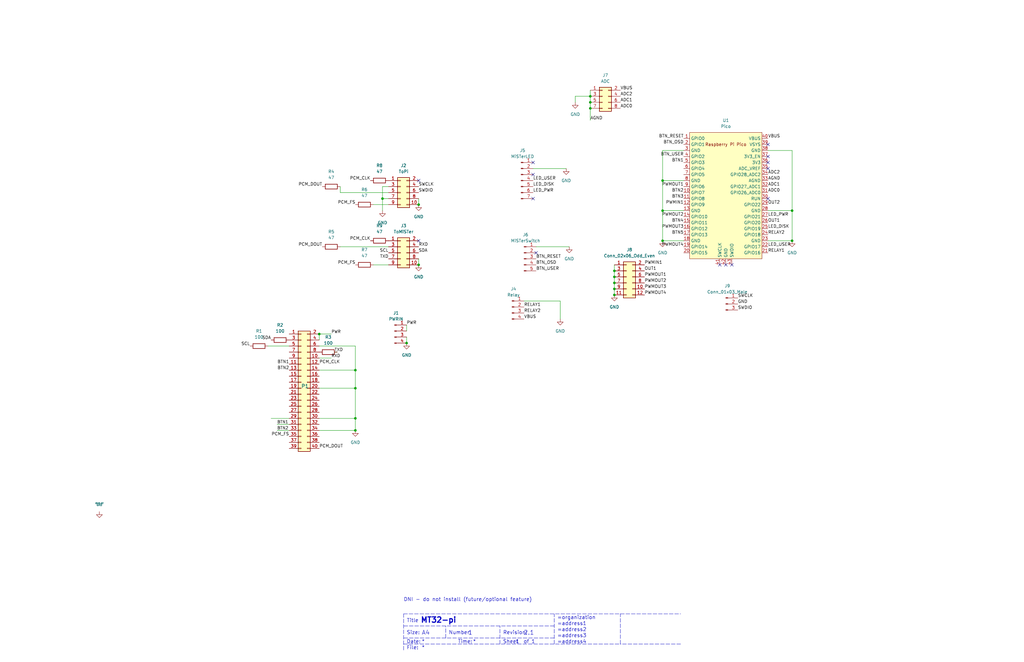
<source format=kicad_sch>
(kicad_sch (version 20211123) (generator eeschema)
  (paper "B")
  (title_block (title "MT32Pi_Main-SchDoc") (date "22 01 2023"))
  (lib_symbols
    (symbol "Connector:Conn_01x03_Male" (pin_names (offset 1.016) hide)
      (property "Reference" "J" (at 0 5.08 0))
      (property "Value" "Conn_01x03_Male" (at 0 -5.08 0))
      (symbol "Conn_01x03_Male_1_1"
        (polyline (pts (xy 1.27 -2.54) (xy 0.8636 -2.54)) (stroke (width 0.1524)))
        (polyline (pts (xy 1.27 0) (xy 0.8636 0)) (stroke (width 0.1524)))
        (polyline (pts (xy 1.27 2.54) (xy 0.8636 2.54)) (stroke (width 0.1524)))
        (rectangle (start 0.8636 -2.413) (end 0 -2.667) (stroke (width 0.1524)) (fill (type outline)))
        (rectangle (start 0.8636 0.127) (end 0 -0.127) (stroke (width 0.1524)) (fill (type outline)))
        (rectangle (start 0.8636 2.667) (end 0 2.413) (stroke (width 0.1524)) (fill (type outline)))
        (pin passive line (at 5.08 2.54 180) (length 3.81) (name "Pin_1") (number "1"))
        (pin passive line (at 5.08 0 180) (length 3.81) (name "Pin_2") (number "2"))
        (pin passive line (at 5.08 -2.54 180) (length 3.81) (name "Pin_3") (number "3"))
      )
    )
    (symbol "Connector:Conn_01x04_Male" (pin_names (offset 1.016) hide)
      (property "Reference" "J" (at 0 5.08 0))
      (property "Value" "Conn_01x04_Male" (at 0 -7.62 0))
      (symbol "Conn_01x04_Male_1_1"
        (polyline (pts (xy 1.27 -5.08) (xy 0.8636 -5.08)) (stroke (width 0.1524)))
        (polyline (pts (xy 1.27 -2.54) (xy 0.8636 -2.54)) (stroke (width 0.1524)))
        (polyline (pts (xy 1.27 0) (xy 0.8636 0)) (stroke (width 0.1524)))
        (polyline (pts (xy 1.27 2.54) (xy 0.8636 2.54)) (stroke (width 0.1524)))
        (rectangle (start 0.8636 -4.953) (end 0 -5.207) (stroke (width 0.1524)) (fill (type outline)))
        (rectangle (start 0.8636 -2.413) (end 0 -2.667) (stroke (width 0.1524)) (fill (type outline)))
        (rectangle (start 0.8636 0.127) (end 0 -0.127) (stroke (width 0.1524)) (fill (type outline)))
        (rectangle (start 0.8636 2.667) (end 0 2.413) (stroke (width 0.1524)) (fill (type outline)))
        (pin passive line (at 5.08 2.54 180) (length 3.81) (name "Pin_1") (number "1"))
        (pin passive line (at 5.08 0 180) (length 3.81) (name "Pin_2") (number "2"))
        (pin passive line (at 5.08 -2.54 180) (length 3.81) (name "Pin_3") (number "3"))
        (pin passive line (at 5.08 -5.08 180) (length 3.81) (name "Pin_4") (number "4"))
      )
    )
    (symbol "Connector:Conn_01x05_Male" (pin_names (offset 1.016) hide)
      (property "Reference" "J" (at 0 7.62 0))
      (property "Value" "Conn_01x05_Male" (at 0 -7.62 0))
      (symbol "Conn_01x05_Male_1_1"
        (polyline (pts (xy 1.27 -5.08) (xy 0.8636 -5.08)) (stroke (width 0.1524)))
        (polyline (pts (xy 1.27 -2.54) (xy 0.8636 -2.54)) (stroke (width 0.1524)))
        (polyline (pts (xy 1.27 0) (xy 0.8636 0)) (stroke (width 0.1524)))
        (polyline (pts (xy 1.27 2.54) (xy 0.8636 2.54)) (stroke (width 0.1524)))
        (polyline (pts (xy 1.27 5.08) (xy 0.8636 5.08)) (stroke (width 0.1524)))
        (rectangle (start 0.8636 -4.953) (end 0 -5.207) (stroke (width 0.1524)) (fill (type outline)))
        (rectangle (start 0.8636 -2.413) (end 0 -2.667) (stroke (width 0.1524)) (fill (type outline)))
        (rectangle (start 0.8636 0.127) (end 0 -0.127) (stroke (width 0.1524)) (fill (type outline)))
        (rectangle (start 0.8636 2.667) (end 0 2.413) (stroke (width 0.1524)) (fill (type outline)))
        (rectangle (start 0.8636 5.207) (end 0 4.953) (stroke (width 0.1524)) (fill (type outline)))
        (pin passive line (at 5.08 5.08 180) (length 3.81) (name "Pin_1") (number "1"))
        (pin passive line (at 5.08 2.54 180) (length 3.81) (name "Pin_2") (number "2"))
        (pin passive line (at 5.08 0 180) (length 3.81) (name "Pin_3") (number "3"))
        (pin passive line (at 5.08 -2.54 180) (length 3.81) (name "Pin_4") (number "4"))
        (pin passive line (at 5.08 -5.08 180) (length 3.81) (name "Pin_5") (number "5"))
      )
    )
    (symbol "Connector:Conn_01x07_Male" (pin_names (offset 1.016) hide)
      (property "Reference" "J" (at 0 10.16 0))
      (property "Value" "Conn_01x07_Male" (at 0 -10.16 0))
      (symbol "Conn_01x07_Male_1_1"
        (polyline (pts (xy 1.27 -7.62) (xy 0.8636 -7.62)) (stroke (width 0.1524)))
        (polyline (pts (xy 1.27 -5.08) (xy 0.8636 -5.08)) (stroke (width 0.1524)))
        (polyline (pts (xy 1.27 -2.54) (xy 0.8636 -2.54)) (stroke (width 0.1524)))
        (polyline (pts (xy 1.27 0) (xy 0.8636 0)) (stroke (width 0.1524)))
        (polyline (pts (xy 1.27 2.54) (xy 0.8636 2.54)) (stroke (width 0.1524)))
        (polyline (pts (xy 1.27 5.08) (xy 0.8636 5.08)) (stroke (width 0.1524)))
        (polyline (pts (xy 1.27 7.62) (xy 0.8636 7.62)) (stroke (width 0.1524)))
        (rectangle (start 0.8636 -7.493) (end 0 -7.747) (stroke (width 0.1524)) (fill (type outline)))
        (rectangle (start 0.8636 -4.953) (end 0 -5.207) (stroke (width 0.1524)) (fill (type outline)))
        (rectangle (start 0.8636 -2.413) (end 0 -2.667) (stroke (width 0.1524)) (fill (type outline)))
        (rectangle (start 0.8636 0.127) (end 0 -0.127) (stroke (width 0.1524)) (fill (type outline)))
        (rectangle (start 0.8636 2.667) (end 0 2.413) (stroke (width 0.1524)) (fill (type outline)))
        (rectangle (start 0.8636 5.207) (end 0 4.953) (stroke (width 0.1524)) (fill (type outline)))
        (rectangle (start 0.8636 7.747) (end 0 7.493) (stroke (width 0.1524)) (fill (type outline)))
        (pin passive line (at 5.08 7.62 180) (length 3.81) (name "Pin_1") (number "1"))
        (pin passive line (at 5.08 5.08 180) (length 3.81) (name "Pin_2") (number "2"))
        (pin passive line (at 5.08 2.54 180) (length 3.81) (name "Pin_3") (number "3"))
        (pin passive line (at 5.08 0 180) (length 3.81) (name "Pin_4") (number "4"))
        (pin passive line (at 5.08 -2.54 180) (length 3.81) (name "Pin_5") (number "5"))
        (pin passive line (at 5.08 -5.08 180) (length 3.81) (name "Pin_6") (number "6"))
        (pin passive line (at 5.08 -7.62 180) (length 3.81) (name "Pin_7") (number "7"))
      )
    )
    (symbol "Connector_Generic:Conn_02x04_Odd_Even" (pin_names (offset 1.016) hide)
      (property "Reference" "J" (at 1.27 5.08 0))
      (property "Value" "Conn_02x04_Odd_Even" (at 1.27 -7.62 0))
      (symbol "Conn_02x04_Odd_Even_1_1"
        (rectangle (start -1.27 -4.953) (end 0 -5.207) (stroke (width 0.1524)))
        (rectangle (start -1.27 -2.413) (end 0 -2.667) (stroke (width 0.1524)))
        (rectangle (start -1.27 0.127) (end 0 -0.127) (stroke (width 0.1524)))
        (rectangle (start -1.27 2.667) (end 0 2.413) (stroke (width 0.1524)))
        (rectangle (start -1.27 3.81) (end 3.81 -6.35) (stroke (width 0.254)) (fill (type background)))
        (rectangle (start 3.81 -4.953) (end 2.54 -5.207) (stroke (width 0.1524)))
        (rectangle (start 3.81 -2.413) (end 2.54 -2.667) (stroke (width 0.1524)))
        (rectangle (start 3.81 0.127) (end 2.54 -0.127) (stroke (width 0.1524)))
        (rectangle (start 3.81 2.667) (end 2.54 2.413) (stroke (width 0.1524)))
        (pin passive line (at -5.08 2.54 0) (length 3.81) (name "Pin_1") (number "1"))
        (pin passive line (at 7.62 2.54 180) (length 3.81) (name "Pin_2") (number "2"))
        (pin passive line (at -5.08 0 0) (length 3.81) (name "Pin_3") (number "3"))
        (pin passive line (at 7.62 0 180) (length 3.81) (name "Pin_4") (number "4"))
        (pin passive line (at -5.08 -2.54 0) (length 3.81) (name "Pin_5") (number "5"))
        (pin passive line (at 7.62 -2.54 180) (length 3.81) (name "Pin_6") (number "6"))
        (pin passive line (at -5.08 -5.08 0) (length 3.81) (name "Pin_7") (number "7"))
        (pin passive line (at 7.62 -5.08 180) (length 3.81) (name "Pin_8") (number "8"))
      )
    )
    (symbol "Connector_Generic:Conn_02x05_Odd_Even" (pin_names (offset 1.016) hide)
      (property "Reference" "J" (at 1.27 7.62 0))
      (property "Value" "Conn_02x05_Odd_Even" (at 1.27 -7.62 0))
      (symbol "Conn_02x05_Odd_Even_1_1"
        (rectangle (start -1.27 -4.953) (end 0 -5.207) (stroke (width 0.1524)))
        (rectangle (start -1.27 -2.413) (end 0 -2.667) (stroke (width 0.1524)))
        (rectangle (start -1.27 0.127) (end 0 -0.127) (stroke (width 0.1524)))
        (rectangle (start -1.27 2.667) (end 0 2.413) (stroke (width 0.1524)))
        (rectangle (start -1.27 5.207) (end 0 4.953) (stroke (width 0.1524)))
        (rectangle (start -1.27 6.35) (end 3.81 -6.35) (stroke (width 0.254)) (fill (type background)))
        (rectangle (start 3.81 -4.953) (end 2.54 -5.207) (stroke (width 0.1524)))
        (rectangle (start 3.81 -2.413) (end 2.54 -2.667) (stroke (width 0.1524)))
        (rectangle (start 3.81 0.127) (end 2.54 -0.127) (stroke (width 0.1524)))
        (rectangle (start 3.81 2.667) (end 2.54 2.413) (stroke (width 0.1524)))
        (rectangle (start 3.81 5.207) (end 2.54 4.953) (stroke (width 0.1524)))
        (pin passive line (at -5.08 5.08 0) (length 3.81) (name "Pin_1") (number "1"))
        (pin passive line (at 7.62 -5.08 180) (length 3.81) (name "Pin_10") (number "10"))
        (pin passive line (at 7.62 5.08 180) (length 3.81) (name "Pin_2") (number "2"))
        (pin passive line (at -5.08 2.54 0) (length 3.81) (name "Pin_3") (number "3"))
        (pin passive line (at 7.62 2.54 180) (length 3.81) (name "Pin_4") (number "4"))
        (pin passive line (at -5.08 0 0) (length 3.81) (name "Pin_5") (number "5"))
        (pin passive line (at 7.62 0 180) (length 3.81) (name "Pin_6") (number "6"))
        (pin passive line (at -5.08 -2.54 0) (length 3.81) (name "Pin_7") (number "7"))
        (pin passive line (at 7.62 -2.54 180) (length 3.81) (name "Pin_8") (number "8"))
        (pin passive line (at -5.08 -5.08 0) (length 3.81) (name "Pin_9") (number "9"))
      )
    )
    (symbol "Connector_Generic:Conn_02x06_Odd_Even" (pin_names (offset 1.016) hide)
      (property "Reference" "J" (at 1.27 7.62 0))
      (property "Value" "Conn_02x06_Odd_Even" (at 1.27 -10.16 0))
      (symbol "Conn_02x06_Odd_Even_1_1"
        (rectangle (start -1.27 -7.493) (end 0 -7.747) (stroke (width 0.1524)))
        (rectangle (start -1.27 -4.953) (end 0 -5.207) (stroke (width 0.1524)))
        (rectangle (start -1.27 -2.413) (end 0 -2.667) (stroke (width 0.1524)))
        (rectangle (start -1.27 0.127) (end 0 -0.127) (stroke (width 0.1524)))
        (rectangle (start -1.27 2.667) (end 0 2.413) (stroke (width 0.1524)))
        (rectangle (start -1.27 5.207) (end 0 4.953) (stroke (width 0.1524)))
        (rectangle (start -1.27 6.35) (end 3.81 -8.89) (stroke (width 0.254)) (fill (type background)))
        (rectangle (start 3.81 -7.493) (end 2.54 -7.747) (stroke (width 0.1524)))
        (rectangle (start 3.81 -4.953) (end 2.54 -5.207) (stroke (width 0.1524)))
        (rectangle (start 3.81 -2.413) (end 2.54 -2.667) (stroke (width 0.1524)))
        (rectangle (start 3.81 0.127) (end 2.54 -0.127) (stroke (width 0.1524)))
        (rectangle (start 3.81 2.667) (end 2.54 2.413) (stroke (width 0.1524)))
        (rectangle (start 3.81 5.207) (end 2.54 4.953) (stroke (width 0.1524)))
        (pin passive line (at -5.08 5.08 0) (length 3.81) (name "Pin_1") (number "1"))
        (pin passive line (at 7.62 -5.08 180) (length 3.81) (name "Pin_10") (number "10"))
        (pin passive line (at -5.08 -7.62 0) (length 3.81) (name "Pin_11") (number "11"))
        (pin passive line (at 7.62 -7.62 180) (length 3.81) (name "Pin_12") (number "12"))
        (pin passive line (at 7.62 5.08 180) (length 3.81) (name "Pin_2") (number "2"))
        (pin passive line (at -5.08 2.54 0) (length 3.81) (name "Pin_3") (number "3"))
        (pin passive line (at 7.62 2.54 180) (length 3.81) (name "Pin_4") (number "4"))
        (pin passive line (at -5.08 0 0) (length 3.81) (name "Pin_5") (number "5"))
        (pin passive line (at 7.62 0 180) (length 3.81) (name "Pin_6") (number "6"))
        (pin passive line (at -5.08 -2.54 0) (length 3.81) (name "Pin_7") (number "7"))
        (pin passive line (at 7.62 -2.54 180) (length 3.81) (name "Pin_8") (number "8"))
        (pin passive line (at -5.08 -5.08 0) (length 3.81) (name "Pin_9") (number "9"))
      )
    )
    (symbol "Connector_Generic:Conn_02x20_Odd_Even" (pin_names (offset 1.016) hide)
      (property "Reference" "J" (at 1.27 25.4 0))
      (property "Value" "Conn_02x20_Odd_Even" (at 1.27 -27.94 0))
      (symbol "Conn_02x20_Odd_Even_1_1"
        (rectangle (start -1.27 -25.273) (end 0 -25.527) (stroke (width 0.1524)))
        (rectangle (start -1.27 -22.733) (end 0 -22.987) (stroke (width 0.1524)))
        (rectangle (start -1.27 -20.193) (end 0 -20.447) (stroke (width 0.1524)))
        (rectangle (start -1.27 -17.653) (end 0 -17.907) (stroke (width 0.1524)))
        (rectangle (start -1.27 -15.113) (end 0 -15.367) (stroke (width 0.1524)))
        (rectangle (start -1.27 -12.573) (end 0 -12.827) (stroke (width 0.1524)))
        (rectangle (start -1.27 -10.033) (end 0 -10.287) (stroke (width 0.1524)))
        (rectangle (start -1.27 -7.493) (end 0 -7.747) (stroke (width 0.1524)))
        (rectangle (start -1.27 -4.953) (end 0 -5.207) (stroke (width 0.1524)))
        (rectangle (start -1.27 -2.413) (end 0 -2.667) (stroke (width 0.1524)))
        (rectangle (start -1.27 0.127) (end 0 -0.127) (stroke (width 0.1524)))
        (rectangle (start -1.27 2.667) (end 0 2.413) (stroke (width 0.1524)))
        (rectangle (start -1.27 5.207) (end 0 4.953) (stroke (width 0.1524)))
        (rectangle (start -1.27 7.747) (end 0 7.493) (stroke (width 0.1524)))
        (rectangle (start -1.27 10.287) (end 0 10.033) (stroke (width 0.1524)))
        (rectangle (start -1.27 12.827) (end 0 12.573) (stroke (width 0.1524)))
        (rectangle (start -1.27 15.367) (end 0 15.113) (stroke (width 0.1524)))
        (rectangle (start -1.27 17.907) (end 0 17.653) (stroke (width 0.1524)))
        (rectangle (start -1.27 20.447) (end 0 20.193) (stroke (width 0.1524)))
        (rectangle (start -1.27 22.987) (end 0 22.733) (stroke (width 0.1524)))
        (rectangle (start -1.27 24.13) (end 3.81 -26.67) (stroke (width 0.254)) (fill (type background)))
        (rectangle (start 3.81 -25.273) (end 2.54 -25.527) (stroke (width 0.1524)))
        (rectangle (start 3.81 -22.733) (end 2.54 -22.987) (stroke (width 0.1524)))
        (rectangle (start 3.81 -20.193) (end 2.54 -20.447) (stroke (width 0.1524)))
        (rectangle (start 3.81 -17.653) (end 2.54 -17.907) (stroke (width 0.1524)))
        (rectangle (start 3.81 -15.113) (end 2.54 -15.367) (stroke (width 0.1524)))
        (rectangle (start 3.81 -12.573) (end 2.54 -12.827) (stroke (width 0.1524)))
        (rectangle (start 3.81 -10.033) (end 2.54 -10.287) (stroke (width 0.1524)))
        (rectangle (start 3.81 -7.493) (end 2.54 -7.747) (stroke (width 0.1524)))
        (rectangle (start 3.81 -4.953) (end 2.54 -5.207) (stroke (width 0.1524)))
        (rectangle (start 3.81 -2.413) (end 2.54 -2.667) (stroke (width 0.1524)))
        (rectangle (start 3.81 0.127) (end 2.54 -0.127) (stroke (width 0.1524)))
        (rectangle (start 3.81 2.667) (end 2.54 2.413) (stroke (width 0.1524)))
        (rectangle (start 3.81 5.207) (end 2.54 4.953) (stroke (width 0.1524)))
        (rectangle (start 3.81 7.747) (end 2.54 7.493) (stroke (width 0.1524)))
        (rectangle (start 3.81 10.287) (end 2.54 10.033) (stroke (width 0.1524)))
        (rectangle (start 3.81 12.827) (end 2.54 12.573) (stroke (width 0.1524)))
        (rectangle (start 3.81 15.367) (end 2.54 15.113) (stroke (width 0.1524)))
        (rectangle (start 3.81 17.907) (end 2.54 17.653) (stroke (width 0.1524)))
        (rectangle (start 3.81 20.447) (end 2.54 20.193) (stroke (width 0.1524)))
        (rectangle (start 3.81 22.987) (end 2.54 22.733) (stroke (width 0.1524)))
        (pin passive line (at -5.08 22.86 0) (length 3.81) (name "Pin_1") (number "1"))
        (pin passive line (at 7.62 12.7 180) (length 3.81) (name "Pin_10") (number "10"))
        (pin passive line (at -5.08 10.16 0) (length 3.81) (name "Pin_11") (number "11"))
        (pin passive line (at 7.62 10.16 180) (length 3.81) (name "Pin_12") (number "12"))
        (pin passive line (at -5.08 7.62 0) (length 3.81) (name "Pin_13") (number "13"))
        (pin passive line (at 7.62 7.62 180) (length 3.81) (name "Pin_14") (number "14"))
        (pin passive line (at -5.08 5.08 0) (length 3.81) (name "Pin_15") (number "15"))
        (pin passive line (at 7.62 5.08 180) (length 3.81) (name "Pin_16") (number "16"))
        (pin passive line (at -5.08 2.54 0) (length 3.81) (name "Pin_17") (number "17"))
        (pin passive line (at 7.62 2.54 180) (length 3.81) (name "Pin_18") (number "18"))
        (pin passive line (at -5.08 0 0) (length 3.81) (name "Pin_19") (number "19"))
        (pin passive line (at 7.62 22.86 180) (length 3.81) (name "Pin_2") (number "2"))
        (pin passive line (at 7.62 0 180) (length 3.81) (name "Pin_20") (number "20"))
        (pin passive line (at -5.08 -2.54 0) (length 3.81) (name "Pin_21") (number "21"))
        (pin passive line (at 7.62 -2.54 180) (length 3.81) (name "Pin_22") (number "22"))
        (pin passive line (at -5.08 -5.08 0) (length 3.81) (name "Pin_23") (number "23"))
        (pin passive line (at 7.62 -5.08 180) (length 3.81) (name "Pin_24") (number "24"))
        (pin passive line (at -5.08 -7.62 0) (length 3.81) (name "Pin_25") (number "25"))
        (pin passive line (at 7.62 -7.62 180) (length 3.81) (name "Pin_26") (number "26"))
        (pin passive line (at -5.08 -10.16 0) (length 3.81) (name "Pin_27") (number "27"))
        (pin passive line (at 7.62 -10.16 180) (length 3.81) (name "Pin_28") (number "28"))
        (pin passive line (at -5.08 -12.7 0) (length 3.81) (name "Pin_29") (number "29"))
        (pin passive line (at -5.08 20.32 0) (length 3.81) (name "Pin_3") (number "3"))
        (pin passive line (at 7.62 -12.7 180) (length 3.81) (name "Pin_30") (number "30"))
        (pin passive line (at -5.08 -15.24 0) (length 3.81) (name "Pin_31") (number "31"))
        (pin passive line (at 7.62 -15.24 180) (length 3.81) (name "Pin_32") (number "32"))
        (pin passive line (at -5.08 -17.78 0) (length 3.81) (name "Pin_33") (number "33"))
        (pin passive line (at 7.62 -17.78 180) (length 3.81) (name "Pin_34") (number "34"))
        (pin passive line (at -5.08 -20.32 0) (length 3.81) (name "Pin_35") (number "35"))
        (pin passive line (at 7.62 -20.32 180) (length 3.81) (name "Pin_36") (number "36"))
        (pin passive line (at -5.08 -22.86 0) (length 3.81) (name "Pin_37") (number "37"))
        (pin passive line (at 7.62 -22.86 180) (length 3.81) (name "Pin_38") (number "38"))
        (pin passive line (at -5.08 -25.4 0) (length 3.81) (name "Pin_39") (number "39"))
        (pin passive line (at 7.62 20.32 180) (length 3.81) (name "Pin_4") (number "4"))
        (pin passive line (at 7.62 -25.4 180) (length 3.81) (name "Pin_40") (number "40"))
        (pin passive line (at -5.08 17.78 0) (length 3.81) (name "Pin_5") (number "5"))
        (pin passive line (at 7.62 17.78 180) (length 3.81) (name "Pin_6") (number "6"))
        (pin passive line (at -5.08 15.24 0) (length 3.81) (name "Pin_7") (number "7"))
        (pin passive line (at 7.62 15.24 180) (length 3.81) (name "Pin_8") (number "8"))
        (pin passive line (at -5.08 12.7 0) (length 3.81) (name "Pin_9") (number "9"))
      )
    )
    (symbol "Device:R" (pin_numbers hide) (pin_names (offset 0))
      (property "Reference" "R" (at 2.032 0 90))
      (property "Value" "R" (at 0 0 90))
      (symbol "R_0_1"
        (rectangle (start -1.016 -2.54) (end 1.016 2.54) (stroke (width 0.254)))
      )
      (symbol "R_1_1"
        (pin passive line (at 0 3.81 270) (length 1.27) (name "~") (number "1"))
        (pin passive line (at 0 -3.81 90) (length 1.27) (name "~") (number "2"))
      )
    )
    (symbol "MCU_RaspberryPi_and_Boards:Pico"
      (property "Reference" "U" (at -13.97 27.94 0))
      (property "Value" "Pico" (at 0 19.05 0))
      (symbol "Pico_0_0"
        (text "Raspberry Pi Pico" (at 0 21.59 0) (effects (font (size 1.27 1.27))))
      )
      (symbol "Pico_0_1"
        (rectangle (start -15.24 26.67) (end 15.24 -26.67) (fill (type background)))
      )
      (symbol "Pico_1_1"
        (pin bidirectional line (at -17.78 24.13 0) (length 2.54) (name "GPIO0") (number "1"))
        (pin bidirectional line (at -17.78 1.27 0) (length 2.54) (name "GPIO7") (number "10"))
        (pin bidirectional line (at -17.78 -1.27 0) (length 2.54) (name "GPIO8") (number "11"))
        (pin bidirectional line (at -17.78 -3.81 0) (length 2.54) (name "GPIO9") (number "12"))
        (pin power_in line (at -17.78 -6.35 0) (length 2.54) (name "GND") (number "13"))
        (pin bidirectional line (at -17.78 -8.89 0) (length 2.54) (name "GPIO10") (number "14"))
        (pin bidirectional line (at -17.78 -11.43 0) (length 2.54) (name "GPIO11") (number "15"))
        (pin bidirectional line (at -17.78 -13.97 0) (length 2.54) (name "GPIO12") (number "16"))
        (pin bidirectional line (at -17.78 -16.51 0) (length 2.54) (name "GPIO13") (number "17"))
        (pin power_in line (at -17.78 -19.05 0) (length 2.54) (name "GND") (number "18"))
        (pin bidirectional line (at -17.78 -21.59 0) (length 2.54) (name "GPIO14") (number "19"))
        (pin bidirectional line (at -17.78 21.59 0) (length 2.54) (name "GPIO1") (number "2"))
        (pin bidirectional line (at -17.78 -24.13 0) (length 2.54) (name "GPIO15") (number "20"))
        (pin bidirectional line (at 17.78 -24.13 180) (length 2.54) (name "GPIO16") (number "21"))
        (pin bidirectional line (at 17.78 -21.59 180) (length 2.54) (name "GPIO17") (number "22"))
        (pin power_in line (at 17.78 -19.05 180) (length 2.54) (name "GND") (number "23"))
        (pin bidirectional line (at 17.78 -16.51 180) (length 2.54) (name "GPIO18") (number "24"))
        (pin bidirectional line (at 17.78 -13.97 180) (length 2.54) (name "GPIO19") (number "25"))
        (pin bidirectional line (at 17.78 -11.43 180) (length 2.54) (name "GPIO20") (number "26"))
        (pin bidirectional line (at 17.78 -8.89 180) (length 2.54) (name "GPIO21") (number "27"))
        (pin power_in line (at 17.78 -6.35 180) (length 2.54) (name "GND") (number "28"))
        (pin bidirectional line (at 17.78 -3.81 180) (length 2.54) (name "GPIO22") (number "29"))
        (pin power_in line (at -17.78 19.05 0) (length 2.54) (name "GND") (number "3"))
        (pin input line (at 17.78 -1.27 180) (length 2.54) (name "RUN") (number "30"))
        (pin bidirectional line (at 17.78 1.27 180) (length 2.54) (name "GPIO26_ADC0") (number "31"))
        (pin bidirectional line (at 17.78 3.81 180) (length 2.54) (name "GPIO27_ADC1") (number "32"))
        (pin power_in line (at 17.78 6.35 180) (length 2.54) (name "AGND") (number "33"))
        (pin bidirectional line (at 17.78 8.89 180) (length 2.54) (name "GPIO28_ADC2") (number "34"))
        (pin power_in line (at 17.78 11.43 180) (length 2.54) (name "ADC_VREF") (number "35"))
        (pin power_in line (at 17.78 13.97 180) (length 2.54) (name "3V3") (number "36"))
        (pin input line (at 17.78 16.51 180) (length 2.54) (name "3V3_EN") (number "37"))
        (pin bidirectional line (at 17.78 19.05 180) (length 2.54) (name "GND") (number "38"))
        (pin power_in line (at 17.78 21.59 180) (length 2.54) (name "VSYS") (number "39"))
        (pin bidirectional line (at -17.78 16.51 0) (length 2.54) (name "GPIO2") (number "4"))
        (pin power_in line (at 17.78 24.13 180) (length 2.54) (name "VBUS") (number "40"))
        (pin input line (at -2.54 -29.21 90) (length 2.54) (name "SWCLK") (number "41"))
        (pin power_in line (at 0 -29.21 90) (length 2.54) (name "GND") (number "42"))
        (pin bidirectional line (at 2.54 -29.21 90) (length 2.54) (name "SWDIO") (number "43"))
        (pin bidirectional line (at -17.78 13.97 0) (length 2.54) (name "GPIO3") (number "5"))
        (pin bidirectional line (at -17.78 11.43 0) (length 2.54) (name "GPIO4") (number "6"))
        (pin bidirectional line (at -17.78 8.89 0) (length 2.54) (name "GPIO5") (number "7"))
        (pin power_in line (at -17.78 6.35 0) (length 2.54) (name "GND") (number "8"))
        (pin bidirectional line (at -17.78 3.81 0) (length 2.54) (name "GPIO6") (number "9"))
      )
    )
    (symbol "power:GND" (power) (pin_names (offset 0))
      (property "Value" "GND" (at 0 -3.81 0))
      (symbol "GND_0_1"
        (polyline (pts (xy 0 0) (xy 0 -1.27) (xy 1.27 -1.27) (xy 0 -2.54) (xy -1.27 -1.27) (xy 0 -1.27)))
      )
      (symbol "GND_1_1"
        (pin power_in line (at 0 0 270) (length 0) hide (name "GND") (number "1"))
      )
    )
  )
  (junction (at 248.92 45.72))
  (junction (at 259.08 124.46))
  (junction (at 334.01 101.6))
  (junction (at 149.86 156.21))
  (junction (at 248.92 40.64))
  (junction (at 248.92 43.18))
  (junction (at 149.86 181.61))
  (junction (at 134.62 140.97))
  (junction (at 259.08 121.92))
  (junction (at 149.86 176.53))
  (junction (at 259.08 114.3))
  (junction (at 259.08 119.38))
  (junction (at 161.29 83.82))
  (junction (at 176.53 86.36))
  (junction (at 334.01 88.9))
  (junction (at 279.4 88.9))
  (junction (at 259.08 116.84))
  (junction (at 279.4 76.2))
  (junction (at 149.86 163.83))
  (junction (at 279.4 101.6))
  (junction (at 176.53 111.76))
  (junction (at 171.45 144.78))
  (no_connect (at 303.53 111.76))
  (no_connect (at 323.85 60.96))
  (no_connect (at 176.53 76.2))
  (no_connect (at 323.85 83.82))
  (no_connect (at 323.85 71.12))
  (no_connect (at 224.79 73.66))
  (no_connect (at 323.85 68.58))
  (no_connect (at 224.79 68.58))
  (no_connect (at 226.06 106.68))
  (no_connect (at 176.53 101.6))
  (no_connect (at 306.07 111.76))
  (no_connect (at 224.79 83.82))
  (no_connect (at 323.85 66.04))
  (no_connect (at 308.61 111.76))
  (wire (pts (xy 279.4 88.9) (xy 288.29 88.9)))
  (wire (pts (xy 121.92 176.53) (xy 114.3 176.53)))
  (wire (pts (xy 259.08 119.38) (xy 259.08 121.92)))
  (wire (pts (xy 149.86 176.53) (xy 149.86 181.61)))
  (wire (pts (xy 224.79 71.12) (xy 238.76 71.12)))
  (wire (pts (xy 113.03 146.05) (xy 121.92 146.05)))
  (polyline (pts (xy 233.68 271.78) (xy 233.68 259.08)))
  (wire (pts (xy 248.92 43.18) (xy 248.92 45.72)))
  (wire (pts (xy 116.84 181.61) (xy 121.92 181.61)))
  (wire (pts (xy 259.08 111.76) (xy 259.08 114.3)))
  (wire (pts (xy 142.24 148.59) (xy 140.97 148.59)))
  (polyline (pts (xy 187.96 269.24) (xy 187.96 264.16)))
  (polyline (pts (xy 233.68 269.24) (xy 170.18 269.24)))
  (wire (pts (xy 161.29 83.82) (xy 161.29 88.9)))
  (wire (pts (xy 242.57 40.64) (xy 242.57 43.18)))
  (wire (pts (xy 334.01 88.9) (xy 334.01 101.6)))
  (polyline (pts (xy 170.18 271.78) (xy 261.62 271.78)))
  (wire (pts (xy 248.92 38.1) (xy 248.92 40.64)))
  (wire (pts (xy 161.29 78.74) (xy 161.29 83.82)))
  (wire (pts (xy 134.62 146.05) (xy 149.86 146.05)))
  (wire (pts (xy 163.83 78.74) (xy 161.29 78.74)))
  (wire (pts (xy 149.86 181.61) (xy 134.62 181.61)))
  (polyline (pts (xy 261.62 259.08) (xy 287.02 259.08)))
  (wire (pts (xy 116.84 179.07) (xy 121.92 179.07)))
  (wire (pts (xy 149.86 163.83) (xy 134.62 163.83)))
  (wire (pts (xy 149.86 146.05) (xy 149.86 156.21)))
  (polyline (pts (xy 170.18 259.08) (xy 261.62 259.08)))
  (wire (pts (xy 143.51 104.14) (xy 163.83 104.14)))
  (wire (pts (xy 171.45 137.16) (xy 171.45 139.7)))
  (wire (pts (xy 279.4 76.2) (xy 279.4 88.9)))
  (wire (pts (xy 171.45 142.24) (xy 171.45 144.78)))
  (wire (pts (xy 149.86 156.21) (xy 149.86 163.83)))
  (wire (pts (xy 279.4 88.9) (xy 279.4 101.6)))
  (wire (pts (xy 139.7 140.97) (xy 134.62 140.97)))
  (wire (pts (xy 176.53 83.82) (xy 176.53 86.36)))
  (wire (pts (xy 157.48 111.76) (xy 163.83 111.76)))
  (wire (pts (xy 149.86 156.21) (xy 134.62 156.21)))
  (polyline (pts (xy 261.62 271.78) (xy 261.62 259.08)))
  (wire (pts (xy 248.92 45.72) (xy 248.92 50.8)))
  (wire (pts (xy 143.51 78.74) (xy 143.51 81.28)))
  (wire (pts (xy 334.01 63.5) (xy 334.01 88.9)))
  (wire (pts (xy 259.08 114.3) (xy 259.08 116.84)))
  (wire (pts (xy 161.29 83.82) (xy 163.83 83.82)))
  (wire (pts (xy 149.86 163.83) (xy 149.86 176.53)))
  (wire (pts (xy 220.98 127) (xy 236.22 127)))
  (wire (pts (xy 259.08 121.92) (xy 259.08 124.46)))
  (wire (pts (xy 279.4 76.2) (xy 288.29 76.2)))
  (polyline (pts (xy 170.18 274.32) (xy 170.18 259.08)))
  (wire (pts (xy 323.85 63.5) (xy 334.01 63.5)))
  (wire (pts (xy 143.51 81.28) (xy 163.83 81.28)))
  (wire (pts (xy 139.7 151.13) (xy 134.62 151.13)))
  (polyline (pts (xy 233.68 264.16) (xy 170.18 264.16)))
  (wire (pts (xy 323.85 101.6) (xy 334.01 101.6)))
  (wire (pts (xy 157.48 86.36) (xy 163.83 86.36)))
  (wire (pts (xy 288.29 63.5) (xy 279.4 63.5)))
  (polyline (pts (xy 210.82 271.78) (xy 210.82 264.16)))
  (wire (pts (xy 134.62 140.97) (xy 134.62 143.51)))
  (wire (pts (xy 279.4 101.6) (xy 288.29 101.6)))
  (wire (pts (xy 236.22 127) (xy 236.22 134.62)))
  (wire (pts (xy 323.85 88.9) (xy 334.01 88.9)))
  (polyline (pts (xy 287.02 271.78) (xy 261.62 271.78)))
  (wire (pts (xy 248.92 40.64) (xy 248.92 43.18)))
  (wire (pts (xy 176.53 109.22) (xy 176.53 111.76)))
  (wire (pts (xy 242.57 40.64) (xy 248.92 40.64)))
  (wire (pts (xy 259.08 116.84) (xy 259.08 119.38)))
  (wire (pts (xy 226.06 104.14) (xy 240.03 104.14)))
  (wire (pts (xy 279.4 63.5) (xy 279.4 76.2)))
  (wire (pts (xy 149.86 176.53) (xy 134.62 176.53)))
  (text "Title" (at 171.45 262.89 0) (effects (font (size 1.524 1.524)) (justify left bottom)))
  (text "=address3" (at 234.95 269.24 0) (effects (font (size 1.524 1.524)) (justify left bottom)))
  (text "Date:" (at 171.45 271.78 0) (effects (font (size 1.524 1.524)) (justify left bottom)))
  (text "of" (at 220.726 271.78 0) (effects (font (size 1.524 1.524)) (justify left bottom)))
  (text "*" (at 177.8 274.32 0) (effects (font (size 1.524 1.524)) (justify left bottom)))
  (text "=organization" (at 234.95 261.62 0) (effects (font (size 1.524 1.524)) (justify left bottom)))
  (text "Revision:" (at 212.09 267.97 0) (effects (font (size 1.524 1.524)) (justify left bottom)))
  (text "=address1" (at 234.95 264.16 0) (effects (font (size 1.524 1.524)) (justify left bottom)))
  (text "MT32-pi" (at 177.292 263.144 0) (effects (font (size 2.286 2.286) (thickness 0.4572) bold) (justify left bottom)))
  (text "Number:" (at 189.23 267.97 0) (effects (font (size 1.524 1.524)) (justify left bottom)))
  (text "1" (at 197.358 268.224 0) (effects (font (size 1.8288 1.8288)) (justify left bottom)))
  (text "=address2" (at 234.95 266.7 0) (effects (font (size 1.524 1.524)) (justify left bottom)))
  (text "1" (at 217.424 271.78 0) (effects (font (size 1.524 1.524)) (justify left bottom)))
  (text "Time:" (at 193.04 271.78 0) (effects (font (size 1.524 1.524)) (justify left bottom)))
  (text "Sheet" (at 212.09 271.78 0) (effects (font (size 1.524 1.524)) (justify left bottom)))
  (text "File:" (at 171.45 274.32 0) (effects (font (size 1.524 1.524)) (justify left bottom)))
  (text "*" (at 199.39 271.78 0) (effects (font (size 1.524 1.524)) (justify left bottom)))
  (text "=address4" (at 234.95 271.78 0) (effects (font (size 1.524 1.524)) (justify left bottom)))
  (text "A4" (at 177.8 268.224 0) (effects (font (size 1.8288 1.8288)) (justify left bottom)))
  (text "Size:" (at 171.45 267.97 0) (effects (font (size 1.524 1.524)) (justify left bottom)))
  (text "1" (at 224.028 271.78 0) (effects (font (size 1.524 1.524)) (justify left bottom)))
  (text "DNI - do not install (future/optional feature)" (at 170.18 254 0) (effects (font (size 1.524 1.524)) (justify left bottom)))
  (text "*" (at 177.8 271.78 0) (effects (font (size 1.524 1.524)) (justify left bottom)))
  (text "2.1" (at 220.726 268.224 0) (effects (font (size 1.8288 1.8288)) (justify left bottom)))
  (label "OUT1" (at 323.85 93.98 0))
  (label "PWMOUT4" (at 288.29 104.14 180))
  (label "BTN_OSD" (at 226.06 111.76 0))
  (label "ADC2" (at 261.62 40.64 0))
  (label "PWMOUT2" (at 271.78 119.38 0))
  (label "BTN_OSD" (at 288.29 60.96 180))
  (label "PCM_DOUT" (at 135.89 78.74 180))
  (label "RELAY2" (at 220.98 132.08 0))
  (label "ADC1" (at 261.62 43.18 0))
  (label "BTN_RESET" (at 226.06 109.22 0))
  (label "VBUS" (at 220.98 134.62 0))
  (label "BTN2" (at 288.29 81.28 180))
  (label "PCM_CLK" (at 134.62 153.67 0))
  (label "RELAY2" (at 323.85 99.06 0))
  (label "PCM_FS" (at 149.86 111.76 180))
  (label "AGND" (at 248.92 50.8 0))
  (label "BTN1" (at 121.92 153.67 180))
  (label "LED_DISK" (at 224.79 78.74 0))
  (label "PWMOUT3" (at 271.78 121.92 0))
  (label "BTN4" (at 288.29 93.98 180))
  (label "OUT2" (at 323.85 86.36 0))
  (label "RXD" (at 139.7 151.13 0) (effects (font (size 1.2192 1.2192))))
  (label "RELAY1" (at 323.85 106.68 0))
  (label "PCM_CLK" (at 156.21 101.6 180))
  (label "SDA" (at 176.53 106.68 0))
  (label "BTN1" (at 288.29 68.58 180))
  (label "BTN2" (at 121.92 156.21 180))
  (label "VBUS" (at 323.85 58.42 0))
  (label "PCM_DOUT" (at 134.62 189.23 0))
  (label "LED_USER" (at 323.85 104.14 0))
  (label "BTN_RESET" (at 288.29 58.42 180))
  (label "AGND" (at 323.85 76.2 0))
  (label "RELAY1" (at 220.98 129.54 0))
  (label "SWDIO" (at 311.15 130.81 0))
  (label "VBUS" (at 261.62 38.1 0))
  (label "SWCLK" (at 311.15 125.73 0))
  (label "PCM_FS" (at 121.92 184.15 180))
  (label "PWMOUT4" (at 271.78 124.46 0))
  (label "PWR" (at 139.7 140.97 0) (effects (font (size 1.2192 1.2192))))
  (label "BTN_USER" (at 226.06 114.3 0))
  (label "SDA" (at 114.3 143.51 180))
  (label "TXD" (at 140.97 148.59 0))
  (label "ADC1" (at 323.85 78.74 0))
  (label "SWDIO" (at 176.53 81.28 0))
  (label "PWMOUT1" (at 288.29 78.74 180))
  (label "PCM_CLK" (at 156.21 76.2 180))
  (label "OUT1" (at 271.78 114.3 0))
  (label "SWCLK" (at 176.53 78.74 0))
  (label "PWMIN1" (at 271.78 111.76 0))
  (label "ADC0" (at 323.85 81.28 0))
  (label "PWMOUT1" (at 271.78 116.84 0))
  (label "BTN_USER" (at 288.29 66.04 180))
  (label "SCL" (at 105.41 146.05 180))
  (label "PWR" (at 171.45 137.16 0))
  (label "GND" (at 311.15 128.27 0))
  (label "PCM_DOUT" (at 135.89 104.14 180))
  (label "BTN5" (at 288.29 99.06 180))
  (label "BTN1" (at 116.84 179.07 0) (effects (font (size 1.2192 1.2192))))
  (label "RXD" (at 176.53 104.14 0))
  (label "LED_USER" (at 224.79 76.2 0))
  (label "SCL" (at 163.83 106.68 180))
  (label "LED_DISK" (at 323.85 96.52 0))
  (label "PWMOUT2" (at 288.29 91.44 180))
  (label "PWMIN1" (at 288.29 86.36 180))
  (label "ADC0" (at 261.62 45.72 0))
  (label "BTN2" (at 116.84 181.61 0) (effects (font (size 1.2192 1.2192))))
  (label "BTN3" (at 288.29 83.82 180))
  (label "PCM_FS" (at 149.86 86.36 180))
  (label "LED_PWR" (at 323.85 91.44 0))
  (label "LED_PWR" (at 224.79 81.28 0))
  (label "PWMOUT3" (at 288.29 96.52 180))
  (label "ADC2" (at 323.85 73.66 0))
  (label "TXD" (at 163.83 109.22 180))
  (symbol (lib_id "Connector_Generic:Conn_02x20_Odd_Even") (at 127 163.83 0) (unit 1)
    (property "Reference" "P1" (at 127 163.83 0) (effects (font (size 1.524 1.524)) (justify left bottom)))
    (property "Footprint" "Connector_PinHeader_2.54mm:PinHeader_2x20_P2.54mm_Vertical" (effects hide))
  )
  (symbol (lib_id "power:GND") (at 41.91 215.9 0) (unit 1)
    (property "Reference" "#GND_02" (at 41.91 212.344 0) (effects (font (size 0.508 0.508))))
    (property "Value" "GND" (at 41.91 213.106 0) (effects (font (size 0.762 0.762))))
  )
  (symbol (lib_id "Connector:Conn_01x05_Male") (at 220.98 109.22 0) (unit 1)
    (property "Reference" "J6" (at 221.615 99.06 0))
    (property "Value" "MiSTerSwitch" (at 221.615 101.6 0))
  )
  (symbol (lib_id "Connector_Generic:Conn_02x05_Odd_Even") (at 168.91 81.28 0) (unit 1)
    (property "Reference" "J2" (at 170.18 69.85 0))
    (property "Value" "ToPi" (at 170.18 72.39 0))
  )
  (symbol (lib_id "Connector_Generic:Conn_02x04_Odd_Even") (at 254 40.64 0) (unit 1)
    (property "Reference" "J7" (at 255.27 31.75 0))
    (property "Value" "ADC" (at 255.27 34.29 0))
  )
  (symbol (lib_id "power:GND") (at 334.01 101.6 0) (unit 1)
    (property "Reference" "#PWR0101" (effects hide))
    (property "Value" "GND" (at 334.01 106.68 0))
  )
  (symbol (lib_id "power:GND") (at 238.76 71.12 0) (unit 1)
    (property "Reference" "#PWR0109" (effects hide))
    (property "Value" "GND" (at 238.76 76.2 0))
  )
  (symbol (lib_id "Connector_Generic:Conn_02x05_Odd_Even") (at 168.91 106.68 0) (unit 1)
    (property "Reference" "J3" (at 170.18 95.25 0))
    (property "Value" "ToMiSTer" (at 170.18 97.79 0))
  )
  (symbol (lib_id "Connector:Conn_01x04_Male") (at 215.9 129.54 0) (unit 1)
    (property "Reference" "J4" (at 216.535 121.92 0))
    (property "Value" "Relay" (at 216.535 124.46 0))
  )
  (symbol (lib_id "power:GND") (at 240.03 104.14 0) (unit 1)
    (property "Reference" "#PWR0110" (effects hide))
    (property "Value" "GND" (at 240.03 109.22 0))
  )
  (symbol (lib_id "power:GND") (at 242.57 43.18 0) (unit 1)
    (property "Reference" "#PWR0106" (effects hide))
    (property "Value" "GND" (at 242.57 48.26 0))
  )
  (symbol (lib_id "power:GND") (at 236.22 134.62 0) (unit 1)
    (property "Reference" "#PWR0105" (effects hide))
    (property "Value" "GND" (at 236.22 139.7 0))
  )
  (symbol (lib_id "power:GND") (at 176.53 111.76 0) (unit 1)
    (property "Reference" "#PWR0104" (effects hide))
    (property "Value" "GND" (at 176.53 116.84 0))
  )
  (symbol (lib_id "Connector:Conn_01x07_Male") (at 219.71 76.2 0) (unit 1)
    (property "Reference" "J5" (at 220.345 63.5 0))
    (property "Value" "MiSTerLED" (at 220.345 66.04 0))
    (property "Footprint" "Connector_JST:JST_XH_B7B-XH-A_1x07_P2.50mm_Vertical" (effects hide))
  )
  (symbol (lib_id "power:GND") (at 176.53 86.36 0) (unit 1)
    (property "Reference" "#PWR0108" (effects hide))
    (property "Value" "GND" (at 176.53 91.44 0))
  )
  (symbol (lib_id "Device:R") (at 153.67 86.36 90) (unit 1)
    (property "Reference" "R6" (at 153.67 80.01 90))
    (property "Value" "47" (at 153.67 82.55 90))
  )
  (symbol (lib_id "power:GND") (at 279.4 101.6 0) (unit 1)
    (property "Reference" "#PWR0111" (effects hide))
    (property "Value" "GND" (at 279.4 106.68 0))
  )
  (symbol (lib_id "Connector_Generic:Conn_02x06_Odd_Even") (at 264.16 116.84 0) (unit 1)
    (property "Reference" "J8" (at 265.43 105.41 0))
    (property "Value" "Conn_02x06_Odd_Even" (at 265.43 107.95 0))
  )
  (symbol (lib_id "Device:R") (at 139.7 104.14 90) (unit 1)
    (property "Reference" "R5" (at 139.7 97.79 90))
    (property "Value" "47" (at 139.7 100.33 90))
  )
  (symbol (lib_id "Device:R") (at 109.22 146.05 90) (unit 1)
    (property "Reference" "R1" (at 109.22 139.7 90))
    (property "Value" "100" (at 109.22 142.24 90))
  )
  (symbol (lib_id "MCU_RaspberryPi_and_Boards:Pico") (at 306.07 82.55 0) (unit 1)
    (property "Reference" "U1" (at 306.07 50.8 0))
    (property "Value" "Pico" (at 306.07 53.34 0))
    (property "Footprint" "RPi_Pico:RPi_Pico_SMD_TH" (effects hide))
  )
  (symbol (lib_id "Device:R") (at 138.43 148.59 90) (unit 1)
    (property "Reference" "R3" (at 138.43 142.24 90))
    (property "Value" "100" (at 138.43 144.78 90))
  )
  (symbol (lib_id "Device:R") (at 118.11 143.51 90) (unit 1)
    (property "Reference" "R2" (at 118.11 137.16 90))
    (property "Value" "100" (at 118.11 139.7 90))
  )
  (symbol (lib_id "power:GND") (at 171.45 144.78 0) (unit 1)
    (property "Reference" "#PWR0103" (effects hide))
    (property "Value" "GND" (at 171.45 149.86 0))
  )
  (symbol (lib_id "Device:R") (at 139.7 78.74 90) (unit 1)
    (property "Reference" "R4" (at 139.7 72.39 90))
    (property "Value" "47" (at 139.7 74.93 90))
  )
  (symbol (lib_id "power:GND") (at 161.29 88.9 0) (unit 1)
    (property "Reference" "#PWR0107" (effects hide))
    (property "Value" "GND" (at 161.29 93.98 0))
  )
  (symbol (lib_id "Connector:Conn_01x04_Male") (at 166.37 139.7 0) (unit 1)
    (property "Reference" "J1" (at 167.005 132.08 0))
    (property "Value" "PWRIN" (at 167.005 134.62 0))
  )
  (symbol (lib_id "power:GND") (at 149.86 181.61 0) (unit 1)
    (property "Reference" "#PWR0102" (effects hide))
    (property "Value" "GND" (at 149.86 186.69 0))
  )
  (symbol (lib_id "power:GND") (at 259.08 124.46 0) (unit 1)
    (property "Reference" "#PWR0112" (effects hide))
    (property "Value" "GND" (at 259.08 129.54 0))
  )
  (symbol (lib_id "Device:R") (at 153.67 111.76 90) (unit 1)
    (property "Reference" "R7" (at 153.67 105.41 90))
    (property "Value" "47" (at 153.67 107.95 90))
  )
  (symbol (lib_id "Device:R") (at 160.02 76.2 90) (unit 1)
    (property "Reference" "R8" (at 160.02 69.85 90))
    (property "Value" "47" (at 160.02 72.39 90))
  )
  (symbol (lib_id "Connector:Conn_01x03_Male") (at 306.07 128.27 0) (unit 1)
    (property "Reference" "J9" (at 306.705 120.65 0))
    (property "Value" "Conn_01x03_Male" (at 306.705 123.19 0))
  )
  (symbol (lib_id "Device:R") (at 160.02 101.6 90) (unit 1)
    (property "Reference" "R9" (at 160.02 95.25 90))
    (property "Value" "47" (at 160.02 97.79 90))
  )
)
</source>
